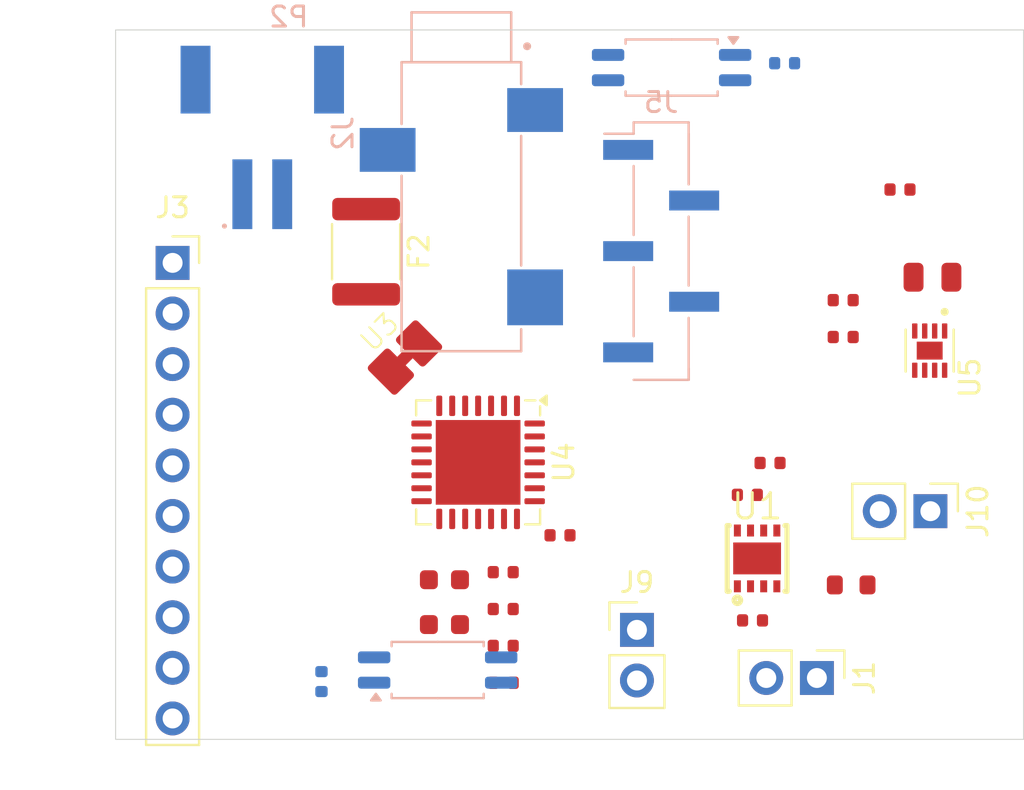
<source format=kicad_pcb>
(kicad_pcb (version 20241229) (generator "pcbnew") (generator_version "9.0")
  (layers (0 "F.Cu" signal) (2 "B.Cu" signal) (13 "F.Paste" user) (15 "B.Paste" user) (5 "F.SilkS" user "F.Silkscreen") (7 "B.SilkS" user "B.Silkscreen") (1 "F.Mask" user) (3 "B.Mask" user) (25 "Edge.Cuts" user))
  (net 0 "")
  (net 1 "/VBAT")
  (net 2 "GND")
  (net 3 "+3.3V")
  (net 4 "/STAT_Power_Path")
  (net 5 "Net-(U1-ILIM)")
  (net 6 "Net-(F2-Pad1)")
  (net 7 "/SDA")
  (net 8 "/SERVO_PWM")
  (net 9 "/SCL")
  (net 10 "/INT_B")
  (net 11 "+5V")
  (net 12 "/VSYS")
  (net 13 "/PWM_LED")
  (net 14 "Net-(J2-Pad3)")
  (net 15 "Net-(J2-Pad2)")
  (net 16 "Net-(J2-Pad1)")
  (net 17 "/LIGHT_DETECT")
  (net 18 "/LED_Switch")
  (net 19 "/SERVO_DETECT")
  (net 20 "/MOSFET_SERVO")
  (net 21 "/BAT_ALERT")
  (net 22 "Net-(U4-~{RESET})")
  (net 23 "Net-(U4-A0)")
  (net 24 "Net-(R19-Pad2)")
  (net 25 "/Op_1")
  (net 26 "/Op_2")
  (net 27 "Net-(R20-Pad2)")
  (net 36 "/PWR_DETECT")
  (net 38 "/LOAD_DETECT")
  (footprint "PCM_JLCPCB:R_0402" (layer "F.Cu") (at 47.96 61.3)
    (property "Reference" "R18" (hide yes))
    (property "Value" "10kΩ" (hide yes))
    (pad "1" smd roundrect (at -0.5 0) (size 0.56 0.62) (layers "F.Cu" "F.Mask" "F.Paste") (net 23 "Net-(U4-A0)"))
    (pad "2" smd roundrect (at 0.5 0) (size 0.56 0.62) (layers "F.Cu" "F.Mask" "F.Paste") (net 2 "GND"))
  )
  (footprint "Connector_PinHeader_2.54mm:PinHeader_1x02_P2.54mm_Vertical" (layer "F.Cu") (at 66.545 60.09 -90)
    (property "Reference" "J10" (at 0 -2.38 90) (layer "F.SilkS"))
    (property "Value" "Conn_01x02")
    (fp_line (start -1.38 3.92) (end 1.38 3.92) (stroke (width 0.12)) (layer "F.SilkS"))
    (fp_line (start -1.38 1.27) (end -1.38 3.92) (stroke (width 0.12)) (layer "F.SilkS"))
    (fp_line (start -1.38 1.27) (end 1.38 1.27) (stroke (width 0.12)) (layer "F.SilkS"))
    (fp_line (start 1.38 1.27) (end 1.38 3.92) (stroke (width 0.12)) (layer "F.SilkS"))
    (fp_line (start -1.38 0) (end -1.38 -1.38) (stroke (width 0.12)) (layer "F.SilkS"))
    (fp_line (start -1.38 -1.38) (end 0 -1.38) (stroke (width 0.12)) (layer "F.SilkS"))
    (pad "1" thru_hole rect (at 0 0 270) (size 1.7 1.7) (drill 1) (layers "*.Cu" "*.Mask") (net 3 "+3.3V"))
    (pad "2" thru_hole circle (at 0 2.54 270) (size 1.7 1.7) (drill 1) (layers "*.Cu" "*.Mask") (net 2 "GND"))
  )
  (footprint "PCM_JLCPCB:R_0603" (layer "F.Cu") (at 62.57 63.79)
    (property "Reference" "R5" (hide yes))
    (property "Value" "270Ω")
    (pad "1" smd roundrect (at -0.82 0) (size 0.8 0.95) (layers "F.Cu" "F.Mask" "F.Paste") (net 5 "Net-(U1-ILIM)"))
    (pad "2" smd roundrect (at 0.82 0) (size 0.8 0.95) (layers "F.Cu" "F.Mask" "F.Paste") (net 2 "GND"))
  )
  (footprint "PCM_JLCPCB:C_0603" (layer "F.Cu") (at 42.16 63.53)
    (property "Reference" "C10" (hide yes))
    (property "Value" "10uF")
    (pad "1" smd roundrect (at -0.78 0) (size 0.9 0.95) (layers "F.Cu" "F.Mask" "F.Paste") (net 3 "+3.3V"))
    (pad "2" smd roundrect (at 0.78 0) (size 0.9 0.95) (layers "F.Cu" "F.Mask" "F.Paste") (net 2 "GND"))
  )
  (footprint "PCM_JLCPCB:R_0402" (layer "F.Cu") (at 45.11 66.85)
    (property "Reference" "R16" (hide yes))
    (property "Value" "10kΩ" (hide yes))
    (pad "1" smd roundrect (at -0.5 0) (size 0.56 0.62) (layers "F.Cu" "F.Mask" "F.Paste") (net 10 "/INT_B"))
    (pad "2" smd roundrect (at 0.5 0) (size 0.56 0.62) (layers "F.Cu" "F.Mask" "F.Paste") (net 3 "+3.3V"))
  )
  (footprint "PCM_JLCPCB:R_0402" (layer "F.Cu") (at 62.17 51.35)
    (property "Reference" "R7" (hide yes))
    (property "Value" "10kΩ" (hide yes))
    (pad "1" smd roundrect (at -0.5 0) (size 0.56 0.62) (layers "F.Cu" "F.Mask" "F.Paste") (net 9 "/SCL"))
    (pad "2" smd roundrect (at 0.5 0) (size 0.56 0.62) (layers "F.Cu" "F.Mask" "F.Paste") (net 3 "+3.3V"))
  )
  (footprint "Cut_Trace_libfoot:2Pad_Cut" (layer "F.Cu") (at 40.18 52.38 45)
    (property "Reference" "U3" (at 0 -1.8 45) (layer "F.SilkS") (effects (font (thickness 0.1))))
    (property "Value" "Adress 0x21 (cutable)")
    (fp_line (start -0.499999 0) (end 0.499999 0) (stroke (width 0.6)) (layer "F.Cu"))
    (pad "1" smd roundrect (at -1 0 45) (size 1.5 2) (layers "F.Cu" "F.Mask" "F.Paste") (roundrect_rratio 0.125) (net 23 "Net-(U4-A0)"))
    (pad "2" smd roundrect (at 1 0 45) (size 1.5 2) (layers "F.Cu" "F.Mask" "F.Paste") (roundrect_rratio 0.125) (net 3 "+3.3V"))
  )
  (footprint "PCM_JLCPCB:C_0402" (layer "F.Cu") (at 57.36 59.27)
    (property "Reference" "C1" (hide yes))
    (property "Value" "100nF")
    (pad "1" smd roundrect (at -0.5 0) (size 0.56 0.62) (layers "F.Cu" "F.Mask" "F.Paste") (net 11 "+5V"))
    (pad "2" smd roundrect (at 0.5 0) (size 0.56 0.62) (layers "F.Cu" "F.Mask" "F.Paste") (net 2 "GND"))
  )
  (footprint "PCM_JLCPCB:C_0402" (layer "F.Cu") (at 58.5 57.67 180)
    (property "Reference" "C2" (hide yes))
    (property "Value" "100nF")
    (pad "1" smd roundrect (at -0.5 0 180) (size 0.56 0.62) (layers "F.Cu" "F.Mask" "F.Paste") (net 1 "/VBAT"))
    (pad "2" smd roundrect (at 0.5 0 180) (size 0.56 0.62) (layers "F.Cu" "F.Mask" "F.Paste") (net 2 "GND"))
  )
  (footprint "PCM_JLCPCB:C_0805" (layer "F.Cu") (at 66.65 48.35)
    (property "Reference" "C8" (hide yes))
    (property "Value" "1uF")
    (pad "1" smd roundrect (at -0.95 0) (size 1 1.45) (layers "F.Cu" "F.Mask" "F.Paste") (net 1 "/VBAT"))
    (pad "2" smd roundrect (at 0.95 0) (size 1 1.45) (layers "F.Cu" "F.Mask" "F.Paste") (net 2 "GND"))
  )
  (footprint "ESP32_C6_libfoot:SON-8_L3.0-W3.0-P0.65-LS3.0-BL-EP" (layer "F.Cu") (at 57.85 62.46)
    (property "Reference" "U1" (at -0.0004 -2.6119 0) (layer "F.SilkS") (effects (font (size 1.27 1.27))))
    (property "Value" "TPS2113ADRBR")
    (fp_line (start -1.5004 -1.6499) (end -1.3962 -1.6499) (stroke (width 0.254)) (layer "F.SilkS"))
    (fp_line (start -1.5004 1.65) (end -1.5004 -1.6499) (stroke (width 0.254)) (layer "F.SilkS"))
    (fp_line (start -1.5004 1.65) (end -1.3962 1.65) (stroke (width 0.254)) (layer "F.SilkS"))
    (fp_line (start 1.396 -1.6499) (end 1.4996 -1.6499) (stroke (width 0.254)) (layer "F.SilkS"))
    (fp_line (start 1.396 1.65) (end 1.4996 1.65) (stroke (width 0.254)) (layer "F.SilkS"))
    (fp_line (start 1.4996 1.65) (end 1.4996 -1.6499) (stroke (width 0.254)) (layer "F.SilkS"))
    (fp_circle (center -0.99 2.0999) (end -0.8249 2.0999) (stroke (width 0.254)) (fill no) (layer "F.SilkS"))
    (pad "1" smd rect (at -0.99 1.3999) (size 0.35 0.6) (layers "F.Cu" "F.Mask" "F.Paste") (net 4 "/STAT_Power_Path"))
    (pad "2" smd rect (at -0.3301 1.4002) (size 0.35 0.6) (layers "F.Cu" "F.Mask" "F.Paste") (net 2 "GND"))
    (pad "3" smd rect (at 0.3298 1.4002) (size 0.35 0.6) (layers "F.Cu" "F.Mask" "F.Paste") (net 2 "GND"))
    (pad "4" smd rect (at 0.99 1.4002) (size 0.35 0.6) (layers "F.Cu" "F.Mask" "F.Paste") (net 5 "Net-(U1-ILIM)"))
    (pad "5" smd rect (at 0.99 -1.3999) (size 0.35 0.6) (layers "F.Cu" "F.Mask" "F.Paste") (net 2 "GND"))
    (pad "6" smd rect (at 0.3298 -1.3999) (size 0.35 0.6) (layers "F.Cu" "F.Mask" "F.Paste") (net 1 "/VBAT"))
    (pad "7" smd rect (at -0.3301 -1.3999) (size 0.35 0.6) (layers "F.Cu" "F.Mask" "F.Paste") (net 12 "/VSYS"))
    (pad "8" smd rect (at -0.99 -1.3999) (size 0.35 0.6) (layers "F.Cu" "F.Mask" "F.Paste") (net 11 "+5V"))
    (pad "9" smd rect (at -0.0001 0.0001) (size 2.4 1.6) (layers "F.Cu" "F.Mask" "F.Paste") (net 2 "GND"))
  )
  (footprint "PCM_JLCPCB:R_0402" (layer "F.Cu") (at 65.02 43.95)
    (property "Reference" "R8" (hide yes))
    (property "Value" "10kΩ" (hide yes))
    (pad "1" smd roundrect (at -0.5 0) (size 0.56 0.62) (layers "F.Cu" "F.Mask" "F.Paste") (net 21 "/BAT_ALERT"))
    (pad "2" smd roundrect (at 0.5 0) (size 0.56 0.62) (layers "F.Cu" "F.Mask" "F.Paste") (net 3 "+3.3V"))
  )
  (footprint "Connector_PinHeader_2.54mm:PinHeader_1x02_P2.54mm_Vertical" (layer "F.Cu") (at 60.85 68.46 -90)
    (property "Reference" "J1" (at 0 -2.38 90) (layer "F.SilkS"))
    (property "Value" "Conn_01x02")
    (fp_line (start -1.38 3.92) (end 1.38 3.92) (stroke (width 0.12)) (layer "F.SilkS"))
    (fp_line (start -1.38 1.27) (end -1.38 3.92) (stroke (width 0.12)) (layer "F.SilkS"))
    (fp_line (start -1.38 1.27) (end 1.38 1.27) (stroke (width 0.12)) (layer "F.SilkS"))
    (fp_line (start 1.38 1.27) (end 1.38 3.92) (stroke (width 0.12)) (layer "F.SilkS"))
    (fp_line (start -1.38 0) (end -1.38 -1.38) (stroke (width 0.12)) (layer "F.SilkS"))
    (fp_line (start -1.38 -1.38) (end 0 -1.38) (stroke (width 0.12)) (layer "F.SilkS"))
    (pad "1" thru_hole rect (at 0 0 270) (size 1.7 1.7) (drill 1) (layers "*.Cu" "*.Mask") (net 12 "/VSYS"))
    (pad "2" thru_hole circle (at 0 2.54 270) (size 1.7 1.7) (drill 1) (layers "*.Cu" "*.Mask") (net 2 "GND"))
  )
  (footprint "PCM_JLCPCB:R_0402" (layer "F.Cu") (at 57.62 65.57)
    (property "Reference" "R2" (hide yes))
    (property "Value" "10kΩ" (hide yes))
    (pad "1" smd roundrect (at -0.5 0) (size 0.56 0.62) (layers "F.Cu" "F.Mask" "F.Paste") (net 4 "/STAT_Power_Path"))
    (pad "2" smd roundrect (at 0.5 0) (size 0.56 0.62) (layers "F.Cu" "F.Mask" "F.Paste") (net 12 "/VSYS"))
  )
  (footprint "PCM_JLCPCB:R_0402" (layer "F.Cu") (at 45.11 68.7)
    (property "Reference" "R17" (hide yes))
    (property "Value" "10kΩ" (hide yes))
    (pad "1" smd roundrect (at -0.5 0) (size 0.56 0.62) (layers "F.Cu" "F.Mask" "F.Paste") (net 22 "Net-(U4-~{RESET})"))
    (pad "2" smd roundrect (at 0.5 0) (size 0.56 0.62) (layers "F.Cu" "F.Mask" "F.Paste") (net 3 "+3.3V"))
  )
  (footprint "Connector_PinSocket_2.54mm:PinSocket_1x10_P2.54mm_Vertical" (layer "F.Cu") (at 28.52 47.63)
    (property "Reference" "J3" (at 0 -2.77 0) (layer "F.SilkS"))
    (property "Value" "Conn_01x10_Socket")
    (fp_line (start -1.33 1.27) (end -1.33 24.19) (stroke (width 0.12)) (layer "F.SilkS"))
    (fp_line (start -1.33 1.27) (end 1.33 1.27) (stroke (width 0.12)) (layer "F.SilkS"))
    (fp_line (start -1.33 24.19) (end 1.33 24.19) (stroke (width 0.12)) (layer "F.SilkS"))
    (fp_line (start 0 -1.33) (end 1.33 -1.33) (stroke (width 0.12)) (layer "F.SilkS"))
    (fp_line (start 1.33 -1.33) (end 1.33 0) (stroke (width 0.12)) (layer "F.SilkS"))
    (fp_line (start 1.33 1.27) (end 1.33 24.19) (stroke (width 0.12)) (layer "F.SilkS"))
    (pad "1" thru_hole rect (at 0 0) (size 1.7 1.7) (drill 1) (layers "*.Cu" "*.Mask") (net 1 "/VBAT"))
    (pad "2" thru_hole circle (at 0 2.54) (size 1.7 1.7) (drill 1) (layers "*.Cu" "*.Mask") (net 2 "GND"))
    (pad "3" thru_hole circle (at 0 5.08) (size 1.7 1.7) (drill 1) (layers "*.Cu" "*.Mask") (net 8 "/SERVO_PWM"))
    (pad "4" thru_hole circle (at 0 7.62) (size 1.7 1.7) (drill 1) (layers "*.Cu" "*.Mask") (net 19 "/SERVO_DETECT"))
    (pad "5" thru_hole circle (at 0 10.16) (size 1.7 1.7) (drill 1) (layers "*.Cu" "*.Mask") (net 20 "/MOSFET_SERVO"))
    (pad "6" thru_hole circle (at 0 12.7) (size 1.7 1.7) (drill 1) (layers "*.Cu" "*.Mask") (net 17 "/LIGHT_DETECT"))
    (pad "7" thru_hole circle (at 0 15.24) (size 1.7 1.7) (drill 1) (layers "*.Cu" "*.Mask") (net 7 "/SDA"))
    (pad "8" thru_hole circle (at 0 17.78) (size 1.7 1.7) (drill 1) (layers "*.Cu" "*.Mask") (net 9 "/SCL"))
    (pad "9" thru_hole circle (at 0 20.32) (size 1.7 1.7) (drill 1) (layers "*.Cu" "*.Mask") (net 13 "/PWM_LED"))
    (pad "10" thru_hole circle (at 0 22.86) (size 1.7 1.7) (drill 1) (layers "*.Cu" "*.Mask") (net 18 "/LED_Switch"))
  )
  (footprint "Package_DFN_QFN:QFN-28-1EP_6x6mm_P0.65mm_EP4.25x4.25mm" (layer "F.Cu") (at 43.85 57.64 -90)
    (property "Reference" "U4" (at 0 -4.3 90) (layer "F.SilkS"))
    (property "Value" "MCP23017_ML")
    (fp_line (start -3.11 3.11) (end -3.11 2.36) (stroke (width 0.12)) (layer "F.SilkS"))
    (fp_line (start -2.36 3.11) (end -3.11 3.11) (stroke (width 0.12)) (layer "F.SilkS"))
    (fp_line (start 2.36 3.11) (end 3.11 3.11) (stroke (width 0.12)) (layer "F.SilkS"))
    (fp_line (start 3.11 3.11) (end 3.11 2.36) (stroke (width 0.12)) (layer "F.SilkS"))
    (fp_line (start -3.11 -2.36) (end -3.11 -2.87) (stroke (width 0.12)) (layer "F.SilkS"))
    (fp_line (start -2.36 -3.11) (end -2.81 -3.11) (stroke (width 0.12)) (layer "F.SilkS"))
    (fp_line (start 2.36 -3.11) (end 3.11 -3.11) (stroke (width 0.12)) (layer "F.SilkS"))
    (fp_line (start 3.11 -3.11) (end 3.11 -2.36) (stroke (width 0.12)) (layer "F.SilkS"))
    (fp_poly (pts (xy -3.11 -3.11) (xy -3.35 -3.44) (xy -2.87 -3.44)) (stroke (width 0.12)) (fill yes) (layer "F.SilkS"))
    (pad "1" smd roundrect (at -2.8375 -1.95 270) (size 1.025 0.3) (layers "F.Cu" "F.Mask" "F.Paste"))
    (pad "2" smd roundrect (at -2.8375 -1.3 270) (size 1.025 0.3) (layers "F.Cu" "F.Mask" "F.Paste") (net 4 "/STAT_Power_Path"))
    (pad "3" smd roundrect (at -2.8375 -0.65 270) (size 1.025 0.3) (layers "F.Cu" "F.Mask" "F.Paste") (net 38 "/LOAD_DETECT"))
    (pad "4" smd roundrect (at -2.8375 0 270) (size 1.025 0.3) (layers "F.Cu" "F.Mask" "F.Paste") (net 21 "/BAT_ALERT"))
    (pad "5" smd roundrect (at -2.8375 0.65 270) (size 1.025 0.3) (layers "F.Cu" "F.Mask" "F.Paste") (net 3 "+3.3V"))
    (pad "6" smd roundrect (at -2.8375 1.3 270) (size 1.025 0.3) (layers "F.Cu" "F.Mask" "F.Paste") (net 2 "GND"))
    (pad "7" smd roundrect (at -2.8375 1.95 270) (size 1.025 0.3) (layers "F.Cu" "F.Mask" "F.Paste"))
    (pad "8" smd roundrect (at -1.95 2.8375 270) (size 0.3 1.025) (layers "F.Cu" "F.Mask" "F.Paste") (net 9 "/SCL"))
    (pad "9" smd roundrect (at -1.3 2.8375 270) (size 0.3 1.025) (layers "F.Cu" "F.Mask" "F.Paste") (net 7 "/SDA"))
    (pad "10" smd roundrect (at -0.65 2.8375 270) (size 0.3 1.025) (layers "F.Cu" "F.Mask" "F.Paste"))
    (pad "11" smd roundrect (at 0 2.8375 270) (size 0.3 1.025) (layers "F.Cu" "F.Mask" "F.Paste") (net 23 "Net-(U4-A0)"))
    (pad "12" smd roundrect (at 0.65 2.8375 270) (size 0.3 1.025) (layers "F.Cu" "F.Mask" "F.Paste") (net 2 "GND"))
    (pad "13" smd roundrect (at 1.3 2.8375 270) (size 0.3 1.025) (layers "F.Cu" "F.Mask" "F.Paste") (net 2 "GND"))
    (pad "14" smd roundrect (at 1.95 2.8375 270) (size 0.3 1.025) (layers "F.Cu" "F.Mask" "F.Paste") (net 22 "Net-(U4-~{RESET})"))
    (pad "15" smd roundrect (at 2.8375 1.95 270) (size 1.025 0.3) (layers "F.Cu" "F.Mask" "F.Paste") (net 10 "/INT_B"))
    (pad "16" smd roundrect (at 2.8375 1.3 270) (size 1.025 0.3) (layers "F.Cu" "F.Mask" "F.Paste"))
    (pad "17" smd roundrect (at 2.8375 0.65 270) (size 1.025 0.3) (layers "F.Cu" "F.Mask" "F.Paste") (net 25 "/Op_1"))
    (pad "18" smd roundrect (at 2.8375 0 270) (size 1.025 0.3) (layers "F.Cu" "F.Mask" "F.Paste") (net 26 "/Op_2"))
    (pad "19" smd roundrect (at 2.8375 -0.65 270) (size 1.025 0.3) (layers "F.Cu" "F.Mask" "F.Paste") (net 20 "/MOSFET_SERVO"))
    (pad "20" smd roundrect (at 2.8375 -1.3 270) (size 1.025 0.3) (layers "F.Cu" "F.Mask" "F.Paste"))
    (pad "21" smd roundrect (at 2.8375 -1.95 270) (size 1.025 0.3) (layers "F.Cu" "F.Mask" "F.Paste"))
    (pad "22" smd roundrect (at 1.95 -2.8375 270) (size 0.3 1.025) (layers "F.Cu" "F.Mask" "F.Paste") (net 18 "/LED_Switch"))
    (pad "23" smd roundrect (at 1.3 -2.8375 270) (size 0.3 1.025) (layers "F.Cu" "F.Mask" "F.Paste"))
    (pad "24" smd roundrect (at 0.65 -2.8375 270) (size 0.3 1.025) (layers "F.Cu" "F.Mask" "F.Paste"))
    (pad "25" smd roundrect (at 0 -2.8375 270) (size 0.3 1.025) (layers "F.Cu" "F.Mask" "F.Paste") (net 36 "/PWR_DETECT"))
    (pad "26" smd roundrect (at -0.65 -2.8375 270) (size 0.3 1.025) (layers "F.Cu" "F.Mask" "F.Paste"))
    (pad "27" smd roundrect (at -1.3 -2.8375 270) (size 0.3 1.025) (layers "F.Cu" "F.Mask" "F.Paste") (net 19 "/SERVO_DETECT"))
    (pad "28" smd roundrect (at -1.95 -2.8375 270) (size 0.3 1.025) (layers "F.Cu" "F.Mask" "F.Paste") (net 17 "/LIGHT_DETECT"))
    (pad "29" smd rect (at 0 0 270) (size 4.25 4.25) (property pad_prop_heatsink) (layers "F.Cu" "F.Mask") (net 2 "GND"))
  )
  (footprint "Fuse:Fuse_1812_4532Metric" (layer "F.Cu") (at 38.23 47.07 -90)
    (property "Reference" "F2" (at 0 -2.65 90) (layer "F.SilkS"))
    (property "Value" "Polyfuse 3A")
    (fp_line (start -1.386252 1.71) (end 1.386252 1.71) (stroke (width 0.12)) (layer "F.SilkS"))
    (fp_line (start -1.386252 -1.71) (end 1.386252 -1.71) (stroke (width 0.12)) (layer "F.SilkS"))
    (pad "1" smd roundrect (at -2.1375 0 270) (size 1.125 3.4) (layers "F.Cu" "F.Mask" "F.Paste") (roundrect_rratio 0.222222) (net 6 "Net-(F2-Pad1)"))
    (pad "2" smd roundrect (at 2.1375 0 270) (size 1.125 3.4) (layers "F.Cu" "F.Mask" "F.Paste") (roundrect_rratio 0.222222) (net 1 "/VBAT"))
  )
  (footprint "PCM_JLCPCB:R_0402" (layer "F.Cu") (at 45.11 63.15)
    (property "Reference" "R14" (hide yes))
    (property "Value" "10kΩ" (hide yes))
    (pad "1" smd roundrect (at -0.5 0) (size 0.56 0.62) (layers "F.Cu" "F.Mask" "F.Paste") (net 3 "+3.3V"))
    (pad "2" smd roundrect (at 0.5 0) (size 0.56 0.62) (layers "F.Cu" "F.Mask" "F.Paste") (net 9 "/SCL"))
  )
  (footprint "ESP32_C6_libfoot:SON50P200X200X80-9N" (layer "F.Cu") (at 66.51 52.0325 -90)
    (property "Reference" "U5" (at 1.365 -2.017 90) (layer "F.SilkS"))
    (property "Value" "MAX17048G_T10")
    (fp_line (start -1.05 1.205) (end 1.05 1.205) (stroke (width 0.127)) (layer "F.SilkS"))
    (fp_line (start -1.05 -1.205) (end 1.05 -1.205) (stroke (width 0.127)) (layer "F.SilkS"))
    (fp_circle (center -1.945 -0.75) (end -1.845 -0.75) (stroke (width 0.2)) (fill no) (layer "F.SilkS"))
    (pad "1" smd roundrect (at -0.985 -0.75 270) (size 0.76 0.27) (layers "F.Cu" "F.Mask" "F.Paste") (roundrect_rratio 0.125) (net 2 "GND"))
    (pad "2" smd roundrect (at -0.985 -0.25 270) (size 0.76 0.27) (layers "F.Cu" "F.Mask" "F.Paste") (roundrect_rratio 0.125) (net 1 "/VBAT"))
    (pad "3" smd roundrect (at -0.985 0.25 270) (size 0.76 0.27) (layers "F.Cu" "F.Mask" "F.Paste") (roundrect_rratio 0.125) (net 1 "/VBAT"))
    (pad "4" smd roundrect (at -0.985 0.75 270) (size 0.76 0.27) (layers "F.Cu" "F.Mask" "F.Paste") (roundrect_rratio 0.125) (net 2 "GND"))
    (pad "5" smd roundrect (at 0.985 0.75 270) (size 0.76 0.27) (layers "F.Cu" "F.Mask" "F.Paste") (roundrect_rratio 0.125) (net 21 "/BAT_ALERT"))
    (pad "6" smd roundrect (at 0.985 0.25 270) (size 0.76 0.27) (layers "F.Cu" "F.Mask" "F.Paste") (roundrect_rratio 0.125))
    (pad "7" smd roundrect (at 0.985 -0.25 270) (size 0.76 0.27) (layers "F.Cu" "F.Mask" "F.Paste") (roundrect_rratio 0.125) (net 9 "/SCL"))
    (pad "8" smd roundrect (at 0.985 -0.75 270) (size 0.76 0.27) (layers "F.Cu" "F.Mask" "F.Paste") (roundrect_rratio 0.125) (net 7 "/SDA"))
    (pad "9" smd rect (at 0 0 270) (size 0.9 1.3) (layers "F.Cu" "F.Mask") (net 2 "GND"))
  )
  (footprint "PCM_JLCPCB:C_0603" (layer "F.Cu") (at 42.16 65.78)
    (property "Reference" "C11" (hide yes))
    (property "Value" "100nF")
    (pad "1" smd roundrect (at -0.78 0) (size 0.9 0.95) (layers "F.Cu" "F.Mask" "F.Paste") (net 2 "GND"))
    (pad "2" smd roundrect (at 0.78 0) (size 0.9 0.95) (layers "F.Cu" "F.Mask" "F.Paste") (net 3 "+3.3V"))
  )
  (footprint "PCM_JLCPCB:R_0402" (layer "F.Cu") (at 62.17 49.5)
    (property "Reference" "R4" (hide yes))
    (property "Value" "10kΩ" (hide yes))
    (pad "1" smd roundrect (at -0.5 0) (size 0.56 0.62) (layers "F.Cu" "F.Mask" "F.Paste") (net 7 "/SDA"))
    (pad "2" smd roundrect (at 0.5 0) (size 0.56 0.62) (layers "F.Cu" "F.Mask" "F.Paste") (net 3 "+3.3V"))
  )
  (footprint "Connector_PinHeader_2.54mm:PinHeader_1x02_P2.54mm_Vertical" (layer "F.Cu") (at 51.82 66.045)
    (property "Reference" "J9" (at 0 -2.38 0) (layer "F.SilkS"))
    (property "Value" "Conn_01x02")
    (fp_line (start -1.38 -1.38) (end 0 -1.38) (stroke (width 0.12)) (layer "F.SilkS"))
    (fp_line (start -1.38 0) (end -1.38 -1.38) (stroke (width 0.12)) (layer "F.SilkS"))
    (fp_line (start -1.38 1.27) (end -1.38 3.92) (stroke (width 0.12)) (layer "F.SilkS"))
    (fp_line (start -1.38 1.27) (end 1.38 1.27) (stroke (width 0.12)) (layer "F.SilkS"))
    (fp_line (start -1.38 3.92) (end 1.38 3.92) (stroke (width 0.12)) (layer "F.SilkS"))
    (fp_line (start 1.38 1.27) (end 1.38 3.92) (stroke (width 0.12)) (layer "F.SilkS"))
    (pad "1" thru_hole rect (at 0 0) (size 1.7 1.7) (drill 1) (layers "*.Cu" "*.Mask") (net 11 "+5V"))
    (pad "2" thru_hole circle (at 0 2.54) (size 1.7 1.7) (drill 1) (layers "*.Cu" "*.Mask") (net 2 "GND"))
  )
  (footprint "PCM_JLCPCB:R_0402" (layer "F.Cu") (at 45.11 65)
    (property "Reference" "R15" (hide yes))
    (property "Value" "10kΩ" (hide yes))
    (pad "1" smd roundrect (at -0.5 0) (size 0.56 0.62) (layers "F.Cu" "F.Mask" "F.Paste") (net 3 "+3.3V"))
    (pad "2" smd roundrect (at 0.5 0) (size 0.56 0.62) (layers "F.Cu" "F.Mask" "F.Paste") (net 7 "/SDA"))
  )
  (footprint "ESP32_C6_libfoot:CUI_SJ-3523-SMT-TR" (layer "B.Cu") (at 43.01 41.06 -90)
    (property "Reference" "J2" (at 0.075135 5.945905 90) (layer "B.SilkS") (effects (font (size 1.001835 1.001835)) (justify mirror)))
    (property "Value" "SJ-3523-SMT-TR")
    (fp_line (start -3.5 3) (end -0.4 3) (stroke (width 0.127)) (layer "B.SilkS"))
    (fp_line (start 2.2 3) (end 11 3) (stroke (width 0.127)) (layer "B.SilkS"))
    (fp_line (start 11 3) (end 11 -3) (stroke (width 0.127)) (layer "B.SilkS"))
    (fp_line (start -6 2.5) (end -6 -2.5) (stroke (width 0.127)) (layer "B.SilkS"))
    (fp_line (start -3.5 2.5) (end -3.5 3) (stroke (width 0.127)) (layer "B.SilkS"))
    (fp_line (start -3.5 2.5) (end -6 2.5) (stroke (width 0.127)) (layer "B.SilkS"))
    (fp_line (start -6 -2.5) (end -3.5 -2.5) (stroke (width 0.127)) (layer "B.SilkS"))
    (fp_line (start -3.5 -2.5) (end -3.5 2.5) (stroke (width 0.127)) (layer "B.SilkS"))
    (fp_line (start -3.5 -3) (end -3.5 -2.5) (stroke (width 0.127)) (layer "B.SilkS"))
    (fp_line (start -3.5 -3) (end -2.4 -3) (stroke (width 0.127)) (layer "B.SilkS"))
    (fp_line (start 0.2 -3) (end 6.7 -3) (stroke (width 0.127)) (layer "B.SilkS"))
    (fp_line (start 9.9 -3) (end 11 -3) (stroke (width 0.127)) (layer "B.SilkS"))
    (fp_circle (center -4.3 -3.3) (end -4.2 -3.3) (stroke (width 0.2)) (fill no) (layer "B.SilkS"))
    (pad "" np_thru_hole circle (at 0 0 270) (size 1.7 1.7) (drill 1.7) (layers "*.Cu" "*.Mask"))
    (pad "" np_thru_hole circle (at 7 0 270) (size 1.7 1.7) (drill 1.7) (layers "*.Cu" "*.Mask"))
    (pad "1" smd rect (at -1.1 -3.7 270) (size 2.2 2.8) (layers "B.Cu" "B.Mask" "B.Paste") (net 16 "Net-(J2-Pad1)"))
    (pad "2" smd rect (at 8.3 -3.7 270) (size 2.8 2.8) (layers "B.Cu" "B.Mask" "B.Paste") (net 15 "Net-(J2-Pad2)"))
    (pad "3" smd rect (at 0.9 3.7 270) (size 2.2 2.8) (layers "B.Cu" "B.Mask" "B.Paste") (net 14 "Net-(J2-Pad3)"))
  )
  (footprint "PCM_JLCPCB:SOP-4_4.4x2.6mm_P1.27mm" (layer "B.Cu") (at 53.56 37.83 180)
    (property "Reference" "U11" (hide yes))
    (property "Value" "LTV-217-B-G")
    (fp_line (start 2.31 1.41) (end 2.31 1.195) (stroke (width 0.12)) (layer "B.SilkS"))
    (fp_line (start 2.31 -1.41) (end 2.31 -1.195) (stroke (width 0.12)) (layer "B.SilkS"))
    (fp_line (start 0 1.41) (end 2.31 1.41) (stroke (width 0.12)) (layer "B.SilkS"))
    (fp_line (start 0 1.41) (end -2.31 1.41) (stroke (width 0.12)) (layer "B.SilkS"))
    (fp_line (start 0 -1.41) (end 2.31 -1.41) (stroke (width 0.12)) (layer "B.SilkS"))
    (fp_line (start 0 -1.41) (end -2.31 -1.41) (stroke (width 0.12)) (layer "B.SilkS"))
    (fp_line (start -2.31 1.41) (end -2.31 1.195) (stroke (width 0.12)) (layer "B.SilkS"))
    (fp_line (start -2.31 -1.41) (end -2.31 -1.195) (stroke (width 0.12)) (layer "B.SilkS"))
    (fp_poly (pts (xy -3.1 1.195) (xy -3.34 1.525) (xy -2.86 1.525) (xy -3.1 1.195)) (stroke (width 0.12)) (fill yes) (layer "B.SilkS"))
    (pad "1" smd roundrect (at -3.1875 0.635 180) (size 1.625 0.6) (layers "B.Cu" "B.Mask" "B.Paste") (net 24 "Net-(R19-Pad2)"))
    (pad "2" smd roundrect (at -3.1875 -0.635 180) (size 1.625 0.6) (layers "B.Cu" "B.Mask" "B.Paste") (net 2 "GND"))
    (pad "3" smd roundrect (at 3.1875 -0.635 180) (size 1.625 0.6) (layers "B.Cu" "B.Mask" "B.Paste") (net 16 "Net-(J2-Pad1)"))
    (pad "4" smd roundrect (at 3.1875 0.635 180) (size 1.625 0.6) (layers "B.Cu" "B.Mask" "B.Paste") (net 15 "Net-(J2-Pad2)"))
  )
  (footprint "PCM_JLCPCB:R_0402" (layer "B.Cu") (at 35.99 68.64 -90)
    (property "Reference" "R20" (hide yes))
    (property "Value" "330Ω" (hide yes))
    (pad "1" smd roundrect (at -0.5 0 270) (size 0.56 0.62) (layers "B.Cu" "B.Mask" "B.Paste") (net 26 "/Op_2"))
    (pad "2" smd roundrect (at 0.5 0 270) (size 0.56 0.62) (layers "B.Cu" "B.Mask" "B.Paste") (net 27 "Net-(R20-Pad2)"))
  )
  (footprint "PCM_JLCPCB:SOP-4_4.4x2.6mm_P1.27mm" (layer "B.Cu") (at 41.82 68.06)
    (property "Reference" "U12" (hide yes))
    (property "Value" "LTV-217-B-G")
    (fp_line (start -2.31 -1.41) (end -2.31 -1.195) (stroke (width 0.12)) (layer "B.SilkS"))
    (fp_line (start -2.31 1.41) (end -2.31 1.195) (stroke (width 0.12)) (layer "B.SilkS"))
    (fp_line (start 0 -1.41) (end -2.31 -1.41) (stroke (width 0.12)) (layer "B.SilkS"))
    (fp_line (start 0 -1.41) (end 2.31 -1.41) (stroke (width 0.12)) (layer "B.SilkS"))
    (fp_line (start 0 1.41) (end -2.31 1.41) (stroke (width 0.12)) (layer "B.SilkS"))
    (fp_line (start 0 1.41) (end 2.31 1.41) (stroke (width 0.12)) (layer "B.SilkS"))
    (fp_line (start 2.31 -1.41) (end 2.31 -1.195) (stroke (width 0.12)) (layer "B.SilkS"))
    (fp_line (start 2.31 1.41) (end 2.31 1.195) (stroke (width 0.12)) (layer "B.SilkS"))
    (fp_poly (pts (xy -3.1 1.195) (xy -3.34 1.525) (xy -2.86 1.525) (xy -3.1 1.195)) (stroke (width 0.12)) (fill yes) (layer "B.SilkS"))
    (pad "1" smd roundrect (at -3.1875 0.635) (size 1.625 0.6) (layers "B.Cu" "B.Mask" "B.Paste") (net 27 "Net-(R20-Pad2)"))
    (pad "2" smd roundrect (at -3.1875 -0.635) (size 1.625 0.6) (layers "B.Cu" "B.Mask" "B.Paste") (net 2 "GND"))
    (pad "3" smd roundrect (at 3.1875 -0.635) (size 1.625 0.6) (layers "B.Cu" "B.Mask" "B.Paste") (net 16 "Net-(J2-Pad1)"))
    (pad "4" smd roundrect (at 3.1875 0.635) (size 1.625 0.6) (layers "B.Cu" "B.Mask" "B.Paste") (net 14 "Net-(J2-Pad3)"))
  )
  (footprint "Connector_PinHeader_2.54mm:PinHeader_1x05_P2.54mm_Vertical_SMD_Pin1Right" (layer "B.Cu") (at 53.035 47.04 180)
    (property "Reference" "J5" (at 0 7.46 0) (layer "B.SilkS") (effects (justify mirror)))
    (property "Value" "Conn_01x05")
    (fp_line (start 1.38 6.46) (end 1.38 5.89) (stroke (width 0.12)) (layer "B.SilkS"))
    (fp_line (start 1.38 5.89) (end 2.85 5.89) (stroke (width 0.12)) (layer "B.SilkS"))
    (fp_line (start 1.38 4.27) (end 1.38 0.81) (stroke (width 0.12)) (layer "B.SilkS"))
    (fp_line (start 1.38 -0.81) (end 1.38 -4.27) (stroke (width 0.12)) (layer "B.SilkS"))
    (fp_line (start -1.38 6.46) (end 1.38 6.46) (stroke (width 0.12)) (layer "B.SilkS"))
    (fp_line (start -1.38 6.46) (end -1.38 3.35) (stroke (width 0.12)) (layer "B.SilkS"))
    (fp_line (start -1.38 5.89) (end -1.38 3.35) (stroke (width 0.12)) (layer "B.SilkS"))
    (fp_line (start -1.38 1.73) (end -1.38 -1.73) (stroke (width 0.12)) (layer "B.SilkS"))
    (fp_line (start -1.38 -3.35) (end -1.38 -6.46) (stroke (width 0.12)) (layer "B.SilkS"))
    (fp_line (start -1.38 -5.89) (end -1.38 -6.46) (stroke (width 0.12)) (layer "B.SilkS"))
    (fp_line (start -1.38 -6.46) (end 1.38 -6.46) (stroke (width 0.12)) (layer "B.SilkS"))
    (pad "1" smd rect (at 1.655 5.08 180) (size 2.51 1) (layers "B.Cu" "B.Mask" "B.Paste") (net 7 "/SDA"))
    (pad "2" smd rect (at -1.655 2.54 180) (size 2.51 1) (layers "B.Cu" "B.Mask" "B.Paste") (net 9 "/SCL"))
    (pad "3" smd rect (at 1.655 0 180) (size 2.51 1) (layers "B.Cu" "B.Mask" "B.Paste") (net 10 "/INT_B"))
    (pad "4" smd rect (at -1.655 -2.54 180) (size 2.51 1) (layers "B.Cu" "B.Mask" "B.Paste") (net 8 "/SERVO_PWM"))
    (pad "5" smd rect (at 1.655 -5.08 180) (size 2.51 1) (layers "B.Cu" "B.Mask" "B.Paste") (net 13 "/PWM_LED"))
  )
  (footprint "ESP32_C6_libfoot:JST_S2B-PH-SM4-TB" (layer "B.Cu") (at 33.02 44.185 180)
    (property "Reference" "P2" (at -1.32682 8.89729 0) (layer "B.SilkS") (effects (font (size 1.001386 1.001386)) (justify mirror)))
    (property "Value" "S2B-PH-SM4-TB")
    (fp_circle (center 1.9 -1.6) (end 2.027 -1.6) (fill yes) (layer "B.SilkS"))
    (pad "1" smd rect (at 1 0 180) (size 1 3.5) (layers "B.Cu" "B.Mask" "B.Paste") (net 2 "GND"))
    (pad "2" smd rect (at -1 0 180) (size 1 3.5) (layers "B.Cu" "B.Mask" "B.Paste") (net 6 "Net-(F2-Pad1)"))
    (pad "P1" smd rect (at 3.35 5.75 180) (size 1.5 3.4) (layers "B.Cu" "B.Mask" "B.Paste"))
    (pad "P2" smd rect (at -3.35 5.75 180) (size 1.5 3.4) (layers "B.Cu" "B.Mask" "B.Paste"))
  )
  (footprint "PCM_JLCPCB:R_0402" (layer "B.Cu") (at 59.23 37.61 180)
    (property "Reference" "R19" (hide yes))
    (property "Value" "330Ω" (hide yes))
    (pad "1" smd roundrect (at -0.5 0 180) (size 0.56 0.62) (layers "B.Cu" "B.Mask" "B.Paste") (net 25 "/Op_1"))
    (pad "2" smd roundrect (at 0.5 0 180) (size 0.56 0.62) (layers "B.Cu" "B.Mask" "B.Paste") (net 24 "Net-(R19-Pad2)"))
  )
  (gr_rect (start 25.66 35.94) (end 71.223 71.54) (stroke (width 0.05)) (fill no) (layer "Edge.Cuts"))
)
</source>
